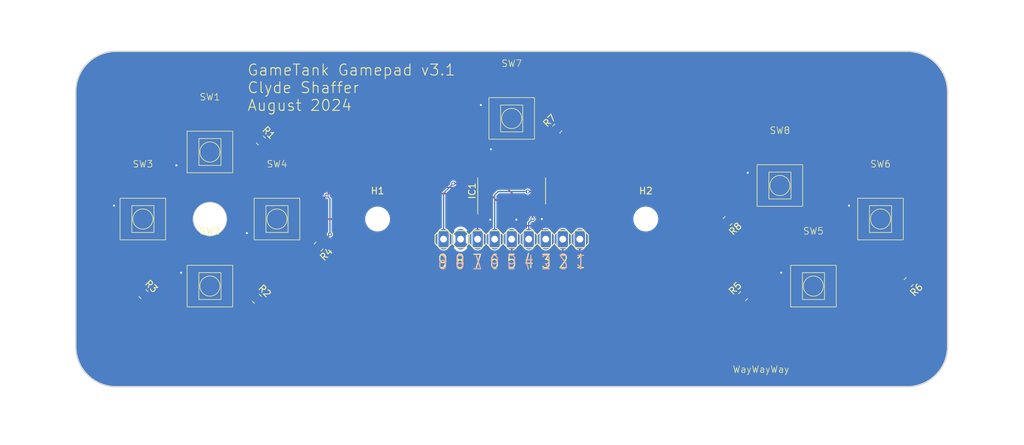
<source format=kicad_pcb>
(kicad_pcb (version 20221018) (generator pcbnew)
  (layers (0 "F.Cu" signal) (31 "B.Cu" signal) (34 "B.Paste" user) (35 "F.Paste" user) (36 "B.SilkS" user "B.Silkscreen") (37 "F.SilkS" user "F.Silkscreen") (38 "B.Mask" user) (39 "F.Mask" user) (44 "Edge.Cuts" user))
  (net 0 "")
  (net 1 "VCC")
  (net 2 "GND")
  (net 3 "Net-(IC1A-~{A}{slash}B)")
  (net 4 "Net-(IC1A-1B)")
  (net 5 "Net-(IC1A-1Y)")
  (net 6 "Net-(IC1A-2B)")
  (net 7 "Net-(IC1A-2Y)")
  (net 8 "Net-(IC1A-3Y)")
  (net 9 "Net-(IC1A-3B)")
  (net 10 "Net-(IC1A-3A)")
  (net 11 "Net-(IC1A-4Y)")
  (net 12 "Net-(IC1A-4B)")
  (net 13 "Net-(IC1A-4A)")
  (net 14 "Net-(SW2-K)")
  (net 27 "Net-(SW1-A)")
  (footprint "Resistor_SMD:R_0805_2012Metric" (layer "F.Cu") (at 120.1 116.2 -45)
    (fp_text reference "R3" (at 0 -1.65 135) (layer "F.SilkS"))
    (fp_text value "R-US_0207/10" hide)
    (fp_line (start -0.227064 -0.735) (end 0.227064 -0.735) (stroke (width 0.12)) (layer "F.SilkS"))
    (fp_line (start -0.227064 0.735) (end 0.227064 0.735) (stroke (width 0.12)) (layer "F.SilkS"))
    (pad "1" smd roundrect (at -0.9125 0 315) (size 1.025 1.4) (layers "F.Cu" "F.Paste" "F.Mask") (roundrect_rratio 0.243902439) (net 4 "Net-(IC1A-1B)"))
    (pad "2" smd roundrect (at 0.9125 0 315) (size 1.025 1.4) (layers "F.Cu" "F.Paste" "F.Mask") (roundrect_rratio 0.243902439) (net 1 "VCC"))
  )
  (footprint "Library:KSC-TE" (layer "F.Cu") (at 215 100)
    (fp_text reference "SW8" (at 0 -8.2 unlocked) (layer "F.SilkS") (effects (font (thickness 0.1))))
    (fp_text value "SW_MEC_5E")
    (fp_rect (start -3.4 -3.1) (end 3.4 3.1) (stroke (width 0.1)) (fill none) (layer "F.SilkS"))
    (fp_rect (start -1.65 -2) (end 1.65 2) (stroke (width 0.1)) (fill none) (layer "F.SilkS"))
    (fp_circle (center 0 0) (end 1.5 0) (stroke (width 0.1)) (fill none) (layer "F.SilkS"))
    (pad "1" smd roundrect (at -2.35 -2) (size 2.286 1.524) (layers "F.Cu" "F.Paste" "F.Mask") (net 2 "GND"))
    (pad "2" smd roundrect (at -2.35 2) (size 2.286 1.524) (layers "F.Cu" "F.Paste" "F.Mask"))
    (pad "3" smd roundrect (at 2.35 2) (size 2.286 1.524) (layers "F.Cu" "F.Paste" "F.Mask") (net 12 "Net-(IC1A-4B)"))
    (pad "4" smd roundrect (at 2.35 -2) (size 2.286 1.524) (layers "F.Cu" "F.Paste" "F.Mask"))
  )
  (footprint "Library:KSC-TE" (layer "F.Cu") (at 220 115)
    (fp_text reference "SW5" (at 0 -8.2 unlocked) (layer "F.SilkS") (effects (font (thickness 0.1))))
    (fp_text value "SW_MEC_5E")
    (fp_rect (start -3.4 -3.1) (end 3.4 3.1) (stroke (width 0.1)) (fill none) (layer "F.SilkS"))
    (fp_rect (start -1.65 -2) (end 1.65 2) (stroke (width 0.1)) (fill none) (layer "F.SilkS"))
    (fp_circle (center 0 0) (end 1.5 0) (stroke (width 0.1)) (fill none) (layer "F.SilkS"))
    (pad "1" smd roundrect (at -2.35 -2) (size 2.286 1.524) (layers "F.Cu" "F.Paste" "F.Mask") (net 2 "GND"))
    (pad "2" smd roundrect (at -2.35 2) (size 2.286 1.524) (layers "F.Cu" "F.Paste" "F.Mask"))
    (pad "3" smd roundrect (at 2.35 2) (size 2.286 1.524) (layers "F.Cu" "F.Paste" "F.Mask") (net 10 "Net-(IC1A-3A)"))
    (pad "4" smd roundrect (at 2.35 -2) (size 2.286 1.524) (layers "F.Cu" "F.Paste" "F.Mask"))
  )
  (footprint "Package_SO:SOIC-16_3.9x9.9mm_P1.27mm" (layer "F.Cu") (at 175 100.8 90)
    (fp_text reference "IC1" (at 0 -5.9 90) (layer "F.SilkS"))
    (fp_text value "74157N")
    (fp_line (start 0 -5.06) (end -3.45 -5.06) (stroke (width 0.12)) (layer "F.SilkS"))
    (fp_line (start 0 -5.06) (end 1.95 -5.06) (stroke (width 0.12)) (layer "F.SilkS"))
    (fp_line (start 0 5.06) (end -1.95 5.06) (stroke (width 0.12)) (layer "F.SilkS"))
    (fp_line (start 0 5.06) (end 1.95 5.06) (stroke (width 0.12)) (layer "F.SilkS"))
    (pad "1" smd roundrect (at -2.475 -4.445 90) (size 1.95 0.6) (layers "F.Cu" "F.Paste" "F.Mask") (net 3 "Net-(IC1A-~{A}{slash}B)"))
    (pad "2" smd roundrect (at -2.475 -3.175 90) (size 1.95 0.6) (layers "F.Cu" "F.Paste" "F.Mask") (net 2 "GND"))
    (pad "3" smd roundrect (at -2.475 -1.905 90) (size 1.95 0.6) (layers "F.Cu" "F.Paste" "F.Mask") (net 4 "Net-(IC1A-1B)"))
    (pad "4" smd roundrect (at -2.475 -0.635 90) (size 1.95 0.6) (layers "F.Cu" "F.Paste" "F.Mask") (net 5 "Net-(IC1A-1Y)"))
    (pad "5" smd roundrect (at -2.475 0.635 90) (size 1.95 0.6) (layers "F.Cu" "F.Paste" "F.Mask") (net 2 "GND"))
    (pad "6" smd roundrect (at -2.475 1.905 90) (size 1.95 0.6) (layers "F.Cu" "F.Paste" "F.Mask") (net 6 "Net-(IC1A-2B)"))
    (pad "7" smd roundrect (at -2.475 3.175 90) (size 1.95 0.6) (layers "F.Cu" "F.Paste" "F.Mask") (net 7 "Net-(IC1A-2Y)"))
    (pad "8" smd roundrect (at -2.475 4.445 90) (size 1.95 0.6) (layers "F.Cu" "F.Paste" "F.Mask") (net 2 "GND"))
    (pad "9" smd roundrect (at 2.475 4.445 90) (size 1.95 0.6) (layers "F.Cu" "F.Paste" "F.Mask") (net 8 "Net-(IC1A-3Y)"))
    (pad "10" smd roundrect (at 2.475 3.175 90) (size 1.95 0.6) (layers "F.Cu" "F.Paste" "F.Mask") (net 9 "Net-(IC1A-3B)"))
    (pad "11" smd roundrect (at 2.475 1.905 90) (size 1.95 0.6) (layers "F.Cu" "F.Paste" "F.Mask") (net 10 "Net-(IC1A-3A)"))
    (pad "12" smd roundrect (at 2.475 0.635 90) (size 1.95 0.6) (layers "F.Cu" "F.Paste" "F.Mask") (net 11 "Net-(IC1A-4Y)"))
    (pad "13" smd roundrect (at 2.475 -0.635 90) (size 1.95 0.6) (layers "F.Cu" "F.Paste" "F.Mask") (net 12 "Net-(IC1A-4B)"))
    (pad "14" smd roundrect (at 2.475 -1.905 90) (size 1.95 0.6) (layers "F.Cu" "F.Paste" "F.Mask") (net 13 "Net-(IC1A-4A)"))
    (pad "15" smd roundrect (at 2.475 -3.175 90) (size 1.95 0.6) (layers "F.Cu" "F.Paste" "F.Mask") (net 2 "GND"))
    (pad "16" smd roundrect (at 2.475 -4.445 90) (size 1.95 0.6) (layers "F.Cu" "F.Paste" "F.Mask") (net 1 "VCC"))
  )
  (footprint "Resistor_SMD:R_0805_2012Metric" (layer "F.Cu") (at 234.2 114.4 -135)
    (fp_text reference "R6" (at 0 -1.65 45) (layer "F.SilkS"))
    (fp_text value "R-US_0207/10" hide)
    (fp_line (start -0.227064 -0.735) (end 0.227064 -0.735) (stroke (width 0.12)) (layer "F.SilkS"))
    (fp_line (start -0.227064 0.735) (end 0.227064 0.735) (stroke (width 0.12)) (layer "F.SilkS"))
    (pad "1" smd roundrect (at -0.9125 0 225) (size 1.025 1.4) (layers "F.Cu" "F.Paste" "F.Mask") (roundrect_rratio 0.243902439) (net 9 "Net-(IC1A-3B)"))
    (pad "2" smd roundrect (at 0.9125 0 225) (size 1.025 1.4) (layers "F.Cu" "F.Paste" "F.Mask") (roundrect_rratio 0.243902439) (net 1 "VCC"))
  )
  (footprint "Library:KSC-TE" (layer "F.Cu") (at 175 90)
    (fp_text reference "SW7" (at 0 -8.2 unlocked) (layer "F.SilkS") (effects (font (thickness 0.1))))
    (fp_text value "SW_MEC_5E")
    (fp_rect (start -3.4 -3.1) (end 3.4 3.1) (stroke (width 0.1)) (fill none) (layer "F.SilkS"))
    (fp_rect (start -1.65 -2) (end 1.65 2) (stroke (width 0.1)) (fill none) (layer "F.SilkS"))
    (fp_circle (center 0 0) (end 1.5 0) (stroke (width 0.1)) (fill none) (layer "F.SilkS"))
    (pad "1" smd roundrect (at -2.35 -2) (size 2.286 1.524) (layers "F.Cu" "F.Paste" "F.Mask") (net 2 "GND"))
    (pad "2" smd roundrect (at -2.35 2) (size 2.286 1.524) (layers "F.Cu" "F.Paste" "F.Mask"))
    (pad "3" smd roundrect (at 2.35 2) (size 2.286 1.524) (layers "F.Cu" "F.Paste" "F.Mask") (net 13 "Net-(IC1A-4A)"))
    (pad "4" smd roundrect (at 2.35 -2) (size 2.286 1.524) (layers "F.Cu" "F.Paste" "F.Mask"))
  )
  (footprint "Resistor_SMD:R_0805_2012Metric" (layer "F.Cu") (at 146.2 109.1 -135)
    (fp_text reference "R4" (at 0 -1.65 45) (layer "F.SilkS"))
    (fp_text value "R-US_0207/10" hide)
    (fp_line (start -0.227064 -0.735) (end 0.227064 -0.735) (stroke (width 0.12)) (layer "F.SilkS"))
    (fp_line (start -0.227064 0.735) (end 0.227064 0.735) (stroke (width 0.12)) (layer "F.SilkS"))
    (pad "1" smd roundrect (at -0.9125 0 225) (size 1.025 1.4) (layers "F.Cu" "F.Paste" "F.Mask") (roundrect_rratio 0.243902439) (net 6 "Net-(IC1A-2B)"))
    (pad "2" smd roundrect (at 0.9125 0 225) (size 1.025 1.4) (layers "F.Cu" "F.Paste" "F.Mask") (roundrect_rratio 0.243902439) (net 1 "VCC"))
  )
  (footprint "Resistor_SMD:R_0805_2012Metric" (layer "F.Cu") (at 209.5 116.5 45)
    (fp_text reference "R5" (at 0 -1.65 45) (layer "F.SilkS"))
    (fp_text value "R-US_0207/10" hide)
    (fp_line (start -0.227064 -0.735) (end 0.227064 -0.735) (stroke (width 0.12)) (layer "F.SilkS"))
    (fp_line (start -0.227064 0.735) (end 0.227064 0.735) (stroke (width 0.12)) (layer "F.SilkS"))
    (pad "1" smd roundrect (at -0.9125 0 45) (size 1.025 1.4) (layers "F.Cu" "F.Paste" "F.Mask") (roundrect_rratio 0.243902439) (net 10 "Net-(IC1A-3A)"))
    (pad "2" smd roundrect (at 0.9125 0 45) (size 1.025 1.4) (layers "F.Cu" "F.Paste" "F.Mask") (roundrect_rratio 0.243902439) (net 1 "VCC"))
  )
  (footprint "gpad1:1X09" (layer "F.Cu") (at 175 108 180)
    (fp_text reference "JP1" hide)
    (fp_text value "PINHD-1X9" hide)
    (fp_line (start -11.43 -0.635) (end -11.43 0.635) (stroke (width 0.1524)) (layer "F.SilkS"))
    (fp_line (start -11.43 0.635) (end -10.795 1.27) (stroke (width 0.1524)) (layer "F.SilkS"))
    (fp_line (start -10.795 -1.27) (end -11.43 -0.635) (stroke (width 0.1524)) (layer "F.SilkS"))
    (fp_line (start -10.795 -1.27) (end -9.525 -1.27) (stroke (width 0.1524)) (layer "F.SilkS"))
    (fp_line (start -9.525 -1.27) (end -8.89 -0.635) (stroke (width 0.1524)) (layer "F.SilkS"))
    (fp_line (start -9.525 1.27) (end -10.795 1.27) (stroke (width 0.1524)) (layer "F.SilkS"))
    (fp_line (start -8.89 -0.635) (end -8.89 0.635) (stroke (width 0.1524)) (layer "F.SilkS"))
    (fp_line (start -8.89 -0.635) (end -8.255 -1.27) (stroke (width 0.1524)) (layer "F.SilkS"))
    (fp_line (start -8.89 0.635) (end -9.525 1.27) (stroke (width 0.1524)) (layer "F.SilkS"))
    (fp_line (start -8.255 -1.27) (end -6.985 -1.27) (stroke (width 0.1524)) (layer "F.SilkS"))
    (fp_line (start -8.255 1.27) (end -8.89 0.635) (stroke (width 0.1524)) (layer "F.SilkS"))
    (fp_line (start -6.985 -1.27) (end -6.35 -0.635) (stroke (width 0.1524)) (layer "F.SilkS"))
    (fp_line (start -6.985 1.27) (end -8.255 1.27) (stroke (width 0.1524)) (layer "F.SilkS"))
    (fp_line (start -6.35 -0.635) (end -6.35 0.635) (stroke (width 0.1524)) (layer "F.SilkS"))
    (fp_line (start -6.35 -0.635) (end -5.715 -1.27) (stroke (width 0.1524)) (layer "F.SilkS"))
    (fp_line (start -6.35 0.635) (end -6.985 1.27) (stroke (width 0.1524)) (layer "F.SilkS"))
    (fp_line (start -5.715 -1.27) (end -4.445 -1.27) (stroke (width 0.1524)) (layer "F.SilkS"))
    (fp_line (start -5.715 1.27) (end -6.35 0.635) (stroke (width 0.1524)) (layer "F.SilkS"))
    (fp_line (start -4.445 -1.27) (end -3.81 -0.635) (stroke (width 0.1524)) (layer "F.SilkS"))
    (fp_line (start -4.445 1.27) (end -5.715 1.27) (stroke (width 0.1524)) (layer "F.SilkS"))
    (fp_line (start -3.81 -0.635) (end -3.81 0.635) (stroke (width 0.1524)) (layer "F.SilkS"))
    (fp_line (start -3.81 0.635) (end -4.445 1.27) (stroke (width 0.1524)) (layer "F.SilkS"))
    (fp_line (start -3.81 0.635) (end -3.175 1.27) (stroke (width 0.1524)) (layer "F.SilkS"))
    (fp_line (start -3.175 -1.27) (end -3.81 -0.635) (stroke (width 0.1524)) (layer "F.SilkS"))
    (fp_line (start -3.175 -1.27) (end -1.905 -1.27) (stroke (width 0.1524)) (layer "F.SilkS"))
    (fp_line (start -1.905 -1.27) (end -1.27 -0.635) (stroke (width 0.1524)) (layer "F.SilkS"))
    (fp_line (start -1.905 1.27) (end -3.175 1.27) (stroke (width 0.1524)) (layer "F.SilkS"))
    (fp_line (start -1.27 -0.635) (end -1.27 0.635) (stroke (width 0.1524)) (layer "F.SilkS"))
    (fp_line (start -1.27 -0.635) (end -0.635 -1.27) (stroke (width 0.1524)) (layer "F.SilkS"))
    (fp_line (start -1.27 0.635) (end -1.905 1.27) (stroke (width 0.1524)) (layer "F.SilkS"))
    (fp_line (start -0.635 -1.27) (end 0.635 -1.27) (stroke (width 0.1524)) (layer "F.SilkS"))
    (fp_line (start -0.635 1.27) (end -1.27 0.635) (stroke (width 0.1524)) (layer "F.SilkS"))
    (fp_line (start 0.635 -1.27) (end 1.27 -0.635) (stroke (width 0.1524)) (layer "F.SilkS"))
    (fp_line (start 0.635 1.27) (end -0.635 1.27) (stroke (width 0.1524)) (layer "F.SilkS"))
    (fp_line (start 1.27 -0.635) (end 1.27 0.635) (stroke (width 0.1524)) (layer "F.SilkS"))
    (fp_line (start 1.27 -0.635) (end 1.905 -1.27) (stroke (width 0.1524)) (layer "F.SilkS"))
    (fp_line (start 1.27 0.635) (end 0.635 1.27) (stroke (width 0.1524)) (layer "F.SilkS"))
    (fp_line (start 1.905 -1.27) (end 3.175 -1.27) (stroke (width 0.1524)) (layer "F.SilkS"))
    (fp_line (start 1.905 1.27) (end 1.27 0.635) (stroke (width 0.1524)) (layer "F.SilkS"))
    (fp_line (start 3.175 -1.27) (end 3.81 -0.635) (stroke (width 0.1524)) (layer "F.SilkS"))
    (fp_line (start 3.175 1.27) (end 1.905 1.27) (stroke (width 0.1524)) (layer "F.SilkS"))
    (fp_line (start 3.81 -0.635) (end 3.81 0.635) (stroke (width 0.1524)) (layer "F.SilkS"))
    (fp_line (start 3.81 0.635) (end 3.175 1.27) (stroke (width 0.1524)) (layer "F.SilkS"))
    (fp_line (start 3.81 0.635) (end 4.445 1.27) (stroke (width 0.1524)) (layer "F.SilkS"))
    (fp_line (start 4.445 -1.27) (end 3.81 -0.635) (stroke (width 0.1524)) (layer "F.SilkS"))
    (fp_line (start 4.445 -1.27) (end 5.715 -1.27) (stroke (width 0.1524)) (layer "F.SilkS"))
    (fp_line (start 5.715 -1.27) (end 6.35 -0.635) (stroke (width 0.1524)) (layer "F.SilkS"))
    (fp_line (start 5.715 1.27) (end 4.445 1.27) (stroke (width 0.1524)) (layer "F.SilkS"))
    (fp_line (start 6.35 -0.635) (end 6.35 0.635) (stroke (width 0.1524)) (layer "F.SilkS"))
    (fp_line (start 6.35 -0.635) (end 6.985 -1.27) (stroke (width 0.1524)) (layer "F.SilkS"))
    (fp_line (start 6.35 0.635) (end 5.715 1.27) (stroke (width 0.1524)) (layer "F.SilkS"))
    (fp_line (start 6.985 -1.27) (end 8.255 -1.27) (stroke (width 0.1524)) (layer "F.SilkS"))
    (fp_line (start 6.985 1.27) (end 6.35 0.635) (stroke (width 0.1524)) (layer "F.SilkS"))
    (fp_line (start 8.255 -1.27) (end 8.89 -0.635) (stroke (width 0.1524)) (layer "F.SilkS"))
    (fp_line (start 8.255 1.27) (end 6.985 1.27) (stroke (width 0.1524)) (layer "F.SilkS"))
    (fp_line (start 8.89 -0.635) (end 8.89 0.635) (stroke (width 0.1524)) (layer "F.SilkS"))
    (fp_line (start 8.89 0.635) (end 8.255 1.27) (stroke (width 0.1524)) (layer "F.SilkS"))
    (fp_line (start 8.89 0.635) (end 9.525 1.27) (stroke (width 0.1524)) (layer "F.SilkS"))
    (fp_line (start 9.525 -1.27) (end 8.89 -0.635) (stroke (width 0.1524)) (layer "F.SilkS"))
    (fp_line (start 9.525 -1.27) (end 10.795 -1.27) (stroke (width 0.1524)) (layer "F.SilkS"))
    (fp_line (start 10.795 -1.27) (end 11.43 -0.635) (stroke (width 0.1524)) (layer "F.SilkS"))
    (fp_line (start 10.795 1.27) (end 9.525 1.27) (stroke (width 0.1524)) (layer "F.SilkS"))
    (fp_line (start 11.43 -0.635) (end 11.43 0.635) (stroke (width 0.1524)) (layer "F.SilkS"))
    (fp_line (start 11.43 0.635) (end 10.795 1.27) (stroke (width 0.1524)) (layer "F.SilkS"))
    (pad "1" thru_hole oval (at -10.16 0 270) (size 3.048 1.524) (drill 1.016) (layers "*.Cu" "*.Mask") (net 27 "Net-(SW1-A)"))
    (pad "2" thru_hole oval (at -7.62 0 270) (size 3.048 1.524) (drill 1.016) (layers "*.Cu" "*.Mask") (net 14 "Net-(SW2-K)"))
    (pad "3" thru_hole oval (at -5.08 0 270) (size 3.048 1.524) (drill 1.016) (layers "*.Cu" "*.Mask") (net 5 "Net-(IC1A-1Y)"))
    (pad "4" thru_hole oval (at -2.54 0 270) (size 3.048 1.524) (drill 1.016) (layers "*.Cu" "*.Mask") (net 7 "Net-(IC1A-2Y)"))
    (pad "5" thru_hole oval (at 0 0 270) (size 3.048 1.524) (drill 1.016) (layers "*.Cu" "*.Mask") (net 1 "VCC"))
    (pad "6" thru_hole oval (at 2.54 0 270) (size 3.048 1.524) (drill 1.016) (layers "*.Cu" "*.Mask") (net 8 "Net-(IC1A-3Y)"))
    (pad "7" thru_hole oval (at 5.08 0 270) (size 3.048 1.524) (drill 1.016) (layers "*.Cu" "*.Mask") (net 3 "Net-(IC1A-~{A}{slash}B)"))
    (pad "8" thru_hole oval (at 7.62 0 270) (size 3.048 1.524) (drill 1.016) (layers "*.Cu" "*.Mask") (net 2 "GND"))
    (pad "9" thru_hole oval (at 10.16 0 270) (size 3.048 1.524) (drill 1.016) (layers "*.Cu" "*.Mask") (net 11 "Net-(IC1A-4Y)"))
  )
  (footprint "MountingHole:MountingHole_3.2mm_M3" (layer "F.Cu") (at 195 105)
    (fp_text reference "H2" (at 0 -4.2) (layer "F.SilkS"))
    (fp_text value "MountingHole")
    (pad "" np_thru_hole circle (at 0 0) (size 3.2 3.2) (drill 3.2) (layers "*.Cu" "*.Mask"))
  )
  (footprint "MountingHole:MountingHole_3.2mm_M3" (layer "F.Cu") (at 155 105)
    (fp_text reference "H1" (at 0 -4.2) (layer "F.SilkS"))
    (fp_text value "MountingHole")
    (pad "" np_thru_hole circle (at 0 0) (size 3.2 3.2) (drill 3.2) (layers "*.Cu" "*.Mask"))
  )
  (footprint "Library:KSC-TE" (layer "F.Cu") (at 120 105)
    (fp_text reference "SW3" (at 0 -8.2 unlocked) (layer "F.SilkS") (effects (font (thickness 0.1))))
    (fp_text value "SW_MEC_5E")
    (fp_rect (start -3.4 -3.1) (end 3.4 3.1) (stroke (width 0.1)) (fill none) (layer "F.SilkS"))
    (fp_rect (start -1.65 -2) (end 1.65 2) (stroke (width 0.1)) (fill none) (layer "F.SilkS"))
    (fp_circle (center 0 0) (end 1.5 0) (stroke (width 0.1)) (fill none) (layer "F.SilkS"))
    (pad "1" smd roundrect (at -2.35 -2) (size 2.286 1.524) (layers "F.Cu" "F.Paste" "F.Mask") (net 2 "GND"))
    (pad "2" smd roundrect (at -2.35 2) (size 2.286 1.524) (layers "F.Cu" "F.Paste" "F.Mask"))
    (pad "3" smd roundrect (at 2.35 2) (size 2.286 1.524) (layers "F.Cu" "F.Paste" "F.Mask") (net 4 "Net-(IC1A-1B)"))
    (pad "4" smd roundrect (at 2.35 -2) (size 2.286 1.524) (layers "F.Cu" "F.Paste" "F.Mask"))
  )
  (footprint "Resistor_SMD:R_0805_2012Metric" (layer "F.Cu") (at 207.2 105.3 -135)
    (fp_text reference "R8" (at 0 -1.65 45) (layer "F.SilkS"))
    (fp_text value "R-US_0207/10" hide)
    (fp_line (start -0.227064 -0.735) (end 0.227064 -0.735) (stroke (width 0.12)) (layer "F.SilkS"))
    (fp_line (start -0.227064 0.735) (end 0.227064 0.735) (stroke (width 0.12)) (layer "F.SilkS"))
    (pad "1" smd roundrect (at -0.9125 0 225) (size 1.025 1.4) (layers "F.Cu" "F.Paste" "F.Mask") (roundrect_rratio 0.243902439) (net 12 "Net-(IC1A-4B)"))
    (pad "2" smd roundrect (at 0.9125 0 225) (size 1.025 1.4) (layers "F.Cu" "F.Paste" "F.Mask") (roundrect_rratio 0.243902439) (net 1 "VCC"))
  )
  (footprint "Library:KSC-TE" (layer "F.Cu") (at 130 115)
    (fp_text reference "SW2" (at 0 -8.2 unlocked) (layer "F.SilkS") (effects (font (thickness 0.1))))
    (fp_text value "SW_MEC_5E")
    (fp_rect (start -3.4 -3.1) (end 3.4 3.1) (stroke (width 0.1)) (fill none) (layer "F.SilkS"))
    (fp_rect (start -1.65 -2) (end 1.65 2) (stroke (width 0.1)) (fill none) (layer "F.SilkS"))
    (fp_circle (center 0 0) (end 1.5 0) (stroke (width 0.1)) (fill none) (layer "F.SilkS"))
    (pad "1" smd roundrect (at -2.35 -2) (size 2.286 1.524) (layers "F.Cu" "F.Paste" "F.Mask") (net 2 "GND"))
    (pad "2" smd roundrect (at -2.35 2) (size 2.286 1.524) (layers "F.Cu" "F.Paste" "F.Mask"))
    (pad "3" smd roundrect (at 2.35 2) (size 2.286 1.524) (layers "F.Cu" "F.Paste" "F.Mask") (net 14 "Net-(SW2-K)"))
    (pad "4" smd roundrect (at 2.35 -2) (size 2.286 1.524) (layers "F.Cu" "F.Paste" "F.Mask"))
  )
  (footprint "Library:KSC-TE" (layer "F.Cu") (at 230 105)
    (fp_text reference "SW6" (at 0 -8.2 unlocked) (layer "F.SilkS") (effects (font (thickness 0.1))))
    (fp_text value "SW_MEC_5E")
    (fp_rect (start -3.4 -3.1) (end 3.4 3.1) (stroke (width 0.1)) (fill none) (layer "F.SilkS"))
    (fp_rect (start -1.65 -2) (end 1.65 2) (stroke (width 0.1)) (fill none) (layer "F.SilkS"))
    (fp_circle (center 0 0) (end 1.5 0) (stroke (width 0.1)) (fill none) (layer "F.SilkS"))
    (pad "1" smd roundrect (at -2.35 -2) (size 2.286 1.524) (layers "F.Cu" "F.Paste" "F.Mask") (net 2 "GND"))
    (pad "2" smd roundrect (at -2.35 2) (size 2.286 1.524) (layers "F.Cu" "F.Paste" "F.Mask"))
    (pad "3" smd roundrect (at 2.35 2) (size 2.286 1.524) (layers "F.Cu" "F.Paste" "F.Mask") (net 9 "Net-(IC1A-3B)"))
    (pad "4" smd roundrect (at 2.35 -2) (size 2.286 1.524) (layers "F.Cu" "F.Paste" "F.Mask"))
  )
  (footprint "Library:KSC-TE" (layer "F.Cu") (at 140 105)
    (fp_text reference "SW4" (at 0 -8.2 unlocked) (layer "F.SilkS") (effects (font (thickness 0.1))))
    (fp_text value "SW_MEC_5E")
    (fp_rect (start -3.4 -3.1) (end 3.4 3.1) (stroke (width 0.1)) (fill none) (layer "F.SilkS"))
    (fp_rect (start -1.65 -2) (end 1.65 2) (stroke (width 0.1)) (fill none) (layer "F.SilkS"))
    (fp_circle (center 0 0) (end 1.5 0) (stroke (width 0.1)) (fill none) (layer "F.SilkS"))
    (pad "1" smd roundrect (at -2.35 -2) (size 2.286 1.524) (layers "F.Cu" "F.Paste" "F.Mask"))
    (pad "2" smd roundrect (at -2.35 2) (size 2.286 1.524) (layers "F.Cu" "F.Paste" "F.Mask") (net 2 "GND"))
    (pad "3" smd roundrect (at 2.35 2) (size 2.286 1.524) (layers "F.Cu" "F.Paste" "F.Mask"))
    (pad "4" smd roundrect (at 2.35 -2) (size 2.286 1.524) (layers "F.Cu" "F.Paste" "F.Mask") (net 6 "Net-(IC1A-2B)"))
  )
  (footprint "Resistor_SMD:R_0805_2012Metric" (layer "F.Cu") (at 137 116.9 -45)
    (fp_text reference "R2" (at 0 -1.65 135) (layer "F.SilkS"))
    (fp_text value "R-US_0207/10" hide)
    (fp_line (start -0.227064 -0.735) (end 0.227064 -0.735) (stroke (width 0.12)) (layer "F.SilkS"))
    (fp_line (start -0.227064 0.735) (end 0.227064 0.735) (stroke (width 0.12)) (layer "F.SilkS"))
    (pad "1" smd roundrect (at -0.9125 0 315) (size 1.025 1.4) (layers "F.Cu" "F.Paste" "F.Mask") (roundrect_rratio 0.243902439) (net 14 "Net-(SW2-K)"))
    (pad "2" smd roundrect (at 0.9125 0 315) (size 1.025 1.4) (layers "F.Cu" "F.Paste" "F.Mask") (roundrect_rratio 0.243902439) (net 1 "VCC"))
  )
  (footprint "Library:KSC-TE" (layer "F.Cu") (at 130 95)
    (fp_text reference "SW1" (at 0 -8.2 unlocked) (layer "F.SilkS") (effects (font (thickness 0.1))))
    (fp_text value "SW_MEC_5E")
    (fp_rect (start -3.4 -3.1) (end 3.4 3.1) (stroke (width 0.1)) (fill none) (layer "F.SilkS"))
    (fp_rect (start -1.65 -2) (end 1.65 2) (stroke (width 0.1)) (fill none) (layer "F.SilkS"))
    (fp_circle (center 0 0) (end 1.5 0) (stroke (width 0.1)) (fill none) (layer "F.SilkS"))
    (pad "1" smd roundrect (at -2.35 -2) (size 2.286 1.524) (layers "F.Cu" "F.Paste" "F.Mask"))
    (pad "2" smd roundrect (at -2.35 2) (size 2.286 1.524) (layers "F.Cu" "F.Paste" "F.Mask") (net 2 "GND"))
    (pad "3" smd roundrect (at 2.35 2) (size 2.286 1.524) (layers "F.Cu" "F.Paste" "F.Mask"))
    (pad "4" smd roundrect (at 2.35 -2) (size 2.286 1.524) (layers "F.Cu" "F.Paste" "F.Mask") (net 27 "Net-(SW1-A)"))
  )
  (footprint "Resistor_SMD:R_0805_2012Metric" (layer "F.Cu") (at 137.6 93.3 -45)
    (fp_text reference "R1" (at 0 -1.65 135) (layer "F.SilkS"))
    (fp_text value "R-US_0207/10" hide)
    (fp_line (start -0.227064 -0.735) (end 0.227064 -0.735) (stroke (width 0.12)) (layer "F.SilkS"))
    (fp_line (start -0.227064 0.735) (end 0.227064 0.735) (stroke (width 0.12)) (layer "F.SilkS"))
    (pad "1" smd roundrect (at -0.9125 0 315) (size 1.025 1.4) (layers "F.Cu" "F.Paste" "F.Mask") (roundrect_rratio 0.243902439) (net 27 "Net-(SW1-A)"))
    (pad "2" smd roundrect (at 0.9125 0 315) (size 1.025 1.4) (layers "F.Cu" "F.Paste" "F.Mask") (roundrect_rratio 0.243902439) (net 1 "VCC"))
  )
  (footprint "Resistor_SMD:R_0805_2012Metric" (layer "F.Cu") (at 181.8 91.5 45)
    (fp_text reference "R7" (at 0 -1.65 45) (layer "F.SilkS"))
    (fp_text value "R-US_0207/10" hide)
    (fp_line (start -0.227064 -0.735) (end 0.227064 -0.735) (stroke (width 0.12)) (layer "F.SilkS"))
    (fp_line (start -0.227064 0.735) (end 0.227064 0.735) (stroke (width 0.12)) (layer "F.SilkS"))
    (pad "1" smd roundrect (at -0.9125 0 45) (size 1.025 1.4) (layers "F.Cu" "F.Paste" "F.Mask") (roundrect_rratio 0.243902439) (net 13 "Net-(IC1A-4A)"))
    (pad "2" smd roundrect (at 0.9125 0 45) (size 1.025 1.4) (layers "F.Cu" "F.Paste" "F.Mask") (roundrect_rratio 0.243902439) (net 1 "VCC"))
  )
  (gr_arc (start 116 130) (mid 111.757359 128.242641) (end 110 124) (stroke (width 0.2)) (layer "Edge.Cuts"))
  (gr_line (start 110 86) (end 110 124) (stroke (width 0.2)) (layer "Edge.Cuts"))
  (gr_circle (center 130 105) (end 132.5 105) (stroke (width 0.1)) (fill none) (layer "Edge.Cuts"))
  (gr_arc (start 234 80) (mid 238.242641 81.757359) (end 240 86) (stroke (width 0.2)) (layer "Edge.Cuts"))
  (gr_arc (start 240 124) (mid 238.242641 128.242641) (end 234 130) (stroke (width 0.2)) (layer "Edge.Cuts"))
  (gr_arc (start 110 86) (mid 111.757359 81.757359) (end 116 80) (stroke (width 0.2)) (layer "Edge.Cuts"))
  (gr_line (start 116 130) (end 234 130) (stroke (width 0.2)) (layer "Edge.Cuts"))
  (gr_line (start 234 80) (end 116 80) (stroke (width 0.2)) (layer "Edge.Cuts"))
  (gr_line (start 240 124) (end 240 86) (stroke (width 0.2)) (layer "Edge.Cuts"))
  (gr_text "9 8 7 6 5 4 3 2 1" (at 175 112.5 180) (layer "B.SilkS") (effects (font (size 2 1.5) (thickness 0.174752)) (justify top mirror)))
  (gr_text "GameTank Gamepad v3.1\nClyde Shaffer\nAugust 2024" (at 135.5 89) (layer "F.SilkS") (effects (font (size 1.63576 1.63576) (thickness 0.14224)) (justify left bottom)))
  (gr_text "WayWayWay" (at 207.9 128) (layer "F.SilkS") (effects (font (size 1 1) (thickness 0.1)) (justify left bottom)))
  (gr_text "9 8 7 6 5 4 3 2 1" (at 175 112.5) (layer "F.SilkS") (effects (font (size 2 1.5) (thickness 0.174752)) (justify bottom)))
  (segment (start 138.245235 93.945235) (end 143.5 93.945235) (width 0.2) (layer "F.Cu") (net 1))
  (segment (start 222.6 109.9) (end 222.7 109.9) (width 0.2) (layer "F.Cu") (net 1))
  (segment (start 222.6 98.9) (end 222.6 109.9) (width 0.2) (layer "F.Cu") (net 1))
  (segment (start 181 86.2) (end 182.445235 87.645235) (width 0.2) (layer "F.Cu") (net 1))
  (segment (start 227.845235 115.045235) (end 233.554765 115.045235) (width 0.2) (layer "F.Cu") (net 1))
  (segment (start 119.59047 118) (end 116 118) (width 0.2) (layer "F.Cu") (net 1))
  (segment (start 116 118) (end 114.6 116.6) (width 0.2) (layer "F.Cu") (net 1))
  (segment (start 150.8 124.8) (end 172.8 124.8) (width 0.2) (layer "F.Cu") (net 1))
  (segment (start 120.745235 116.845235) (end 119.59047 118) (width 0.2) (layer "F.Cu") (net 1))
  (segment (start 120.745235 116.845235) (end 122.59047 115) (width 0.2) (layer "F.Cu") (net 1))
  (segment (start 114.6 97.8) (end 116.7 95.7) (width 0.2) (layer "F.Cu") (net 1))
  (segment (start 206.554765 105.945235) (end 206.554765 107.354765) (width 0.2) (layer "F.Cu") (net 1))
  (segment (start 175 122.6) (end 175 108) (width 0.2) (layer "F.Cu") (net 1))
  (segment (start 222.7 109.9) (end 227.845235 115.045235) (width 0.2) (layer "F.Cu") (net 1))
  (segment (start 170.555 95.755) (end 168.745235 93.945235) (width 0.2) (layer "F.Cu") (net 1))
  (segment (start 170.555 98.325) (end 170.555 95.755) (width 0.2) (layer "F.Cu") (net 1))
  (segment (start 172.8 124.8) (end 175 122.6) (width 0.2) (layer "F.Cu") (net 1))
  (segment (start 182.445235 90.854765) (end 207.154765 90.854765) (width 0.2) (layer "F.Cu") (net 1))
  (segment (start 140 114) (end 140.595235 114.595235) (width 0.2) (layer "F.Cu") (net 1))
  (segment (start 182.445235 87.645235) (end 182.445235 90.854765) (width 0.2) (layer "F.Cu") (net 1))
  (segment (start 140.595235 114.595235) (end 150.8 124.8) (width 0.2) (layer "F.Cu") (net 1))
  (segment (start 135.1 114) (end 140 114) (width 0.2) (layer "F.Cu") (net 1))
  (segment (start 218.5 94.8) (end 222.6 98.9) (width 0.2) (layer "F.Cu") (net 1))
  (segment (start 210.145235 115.854765) (end 210.145235 114.254765) (width 0.2) (layer "F.Cu") (net 1))
  (segment (start 145.445235 109.745235) (end 140.595235 114.595235) (width 0.2) (layer "F.Cu") (net 1))
  (segment (start 211.1 94.8) (end 218.5 94.8) (width 0.2) (layer "F.Cu") (net 1))
  (segment (start 167.7 86.2) (end 181 86.2) (width 0.2) (layer "F.Cu") (net 1))
  (segment (start 145.554765 109.745235) (end 145.445235 109.745235) (width 0.2) (layer "F.Cu") (net 1))
  (segment (start 143.5 93.945235) (end 150.254765 93.945235) (width 0.2) (layer "F.Cu") (net 1))
  (segment (start 159.954765 93.945235) (end 167.7 86.2) (width 0.2) (layer "F.Cu") (net 1))
  (segment (start 134.1 115) (end 135.1 114) (width 0.2) (layer "F.Cu") (net 1))
  (segment (start 116.7 95.7) (end 141.745235 95.7) (width 0.2) (layer "F.Cu") (net 1))
  (segment (start 141.745235 95.7) (end 143.5 93.945235) (width 0.2) (layer "F.Cu") (net 1))
  (segment (start 168.745235 93.945235) (end 150.254765 93.945235) (width 0.2) (layer "F.Cu") (net 1))
  (segment (start 209.15 109.95) (end 214.45 109.95) (width 0.2) (layer "F.Cu") (net 1))
  (segment (start 150.254765 93.945235) (end 159.954765 93.945235) (width 0.2) (layer "F.Cu") (net 1))
  (segment (start 210.145235 114.254765) (end 214.45 109.95) (width 0.2) (layer "F.Cu") (net 1))
  (segment (start 114.6 116.6) (end 114.6 97.8) (width 0.2) (layer "F.Cu") (net 1))
  (segment (start 207.154765 90.854765) (end 211.1 94.8) (width 0.2) (layer "F.Cu") (net 1))
  (segment (start 214.45 109.95) (end 214.5 109.9) (width 0.2) (layer "F.Cu") (net 1))
  (segment (start 140.595235 114.595235) (end 137.645235 117.545235) (width 0.2) (layer "F.Cu") (net 1))
  (segment (start 206.554765 107.354765) (end 209.15 109.95) (width 0.2) (layer "F.Cu") (net 1))
  (segment (start 214.5 109.9) (end 222.6 109.9) (width 0.2) (layer "F.Cu") (net 1))
  (segment (start 122.59047 115) (end 134.1 115) (width 0.2) (layer "F.Cu") (net 1))
  (segment (start 117.65 103) (end 115.7 103) (width 0.2) (layer "F.Cu") (net 2))
  (segment (start 171.9 94.6) (end 171.9 98.25) (width 0.2) (layer "F.Cu") (net 2))
  (segment (start 175.635 103.275) (end 175.635 105.035) (width 0.2) (layer "F.Cu") (net 2))
  (segment (start 135.6 107) (end 135.5 107.1) (width 0.2) (layer "F.Cu") (net 2))
  (segment (start 210.3 98) (end 210.2 98.1) (width 0.2) (layer "F.Cu") (net 2))
  (segment (start 179.445 103.275) (end 179.445 104.945) (width 0.2) (layer "F.Cu") (net 2))
  (segment (start 171.825 103.275) (end 171.825 105.075) (width 0.2) (layer "F.Cu") (net 2))
  (segment (start 127.65 97) (end 125 97) (width 0.2) (layer "F.Cu") (net 2))
  (segment (start 171.9 98.25) (end 171.825 98.325) (width 0.2) (layer "F.Cu") (net 2))
  (segment (start 212.65 98) (end 210.3 98) (width 0.2) (layer "F.Cu") (net 2))
  (segment (start 137.65 107) (end 135.6 107) (width 0.2) (layer "F.Cu") (net 2))
  (segment (start 227.65 103) (end 225.3 103) (width 0.2) (layer "F.Cu") (net 2))
  (segment (start 217.65 113) (end 215.2 113) (width 0.2) (layer "F.Cu") (net 2))
  (segment (start 127.65 113) (end 125.7 113) (width 0.2) (layer "F.Cu") (net 2))
  (segment (start 179.445 104.945) (end 179.5 105) (width 0.2) (layer "F.Cu") (net 2))
  (segment (start 175.635 105.035) (end 175.7 105.1) (width 0.2) (layer "F.Cu") (net 2))
  (segment (start 171.825 105.075) (end 171.8 105.1) (width 0.2) (layer "F.Cu") (net 2))
  (segment (start 172.65 88) (end 170.4 88) (width 0.2) (layer "F.Cu") (net 2))
  (via (at 170.4 88) (size 0.6) (drill 0.3) (layers "F.Cu" "B.Cu") (net 2))
  (via (at 171.9 94.6) (size 0.6) (drill 0.3) (layers "F.Cu" "B.Cu") (net 2))
  (via (at 179.5 105) (size 0.6) (drill 0.3) (layers "F.Cu" "B.Cu") (net 2))
  (via (at 125.7 113) (size 0.6) (drill 0.3) (layers "F.Cu" "B.Cu") (net 2))
  (via (at 210.2 98.1) (size 0.6) (drill 0.3) (layers "F.Cu" "B.Cu") (net 2))
  (via (at 171.8 105.1) (size 0.6) (drill 0.3) (layers "F.Cu" "B.Cu") (net 2))
  (via (at 215.2 113) (size 0.6) (drill 0.3) (layers "F.Cu" "B.Cu") (net 2))
  (via (at 175.7 105.1) (size 0.6) (drill 0.3) (layers "F.Cu" "B.Cu") (net 2))
  (via (at 135.5 107.1) (size 0.6) (drill 0.3) (layers "F.Cu" "B.Cu") (net 2))
  (via (at 225.3 103) (size 0.6) (drill 0.3) (layers "F.Cu" "B.Cu") (net 2))
  (via (at 125 97) (size 0.6) (drill 0.3) (layers "F.Cu" "B.Cu") (net 2))
  (via (at 115.7 103) (size 0.6) (drill 0.3) (layers "F.Cu" "B.Cu") (net 2))
  (segment (start 169.92 103.91) (end 170.555 103.275) (width 0.2) (layer "F.Cu") (net 3))
  (segment (start 169.92 108) (end 169.92 103.91) (width 0.2) (layer "F.Cu") (net 3))
  (segment (start 122.35 109.5) (end 142.7 109.5) (width 0.2) (layer "F.Cu") (net 4))
  (segment (start 122.35 107) (end 122.35 112.65953) (width 0.2) (layer "F.Cu") (net 4))
  (segment (start 173.095 102.595) (end 173.095 103.275) (width 0.2) (layer "F.Cu") (net 4))
  (segment (start 147.2 105) (end 148.5 105) (width 0.2) (layer "F.Cu") (net 4))
  (segment (start 122.35 112.65953) (end 119.454765 115.554765) (width 0.2) (layer "F.Cu") (net 4))
  (segment (start 122.35 107) (end 122.35 109.5) (width 0.2) (layer "F.Cu") (net 4))
  (segment (start 171.7 101.2) (end 173.095 102.595) (width 0.2) (layer "F.Cu") (net 4))
  (segment (start 152.3 101.2) (end 171.7 101.2) (width 0.2) (layer "F.Cu") (net 4))
  (segment (start 142.7 109.5) (end 147.2 105) (width 0.2) (layer "F.Cu") (net 4))
  (segment (start 148.5 105) (end 152.3 101.2) (width 0.2) (layer "F.Cu") (net 4))
  (segment (start 174.365 105.365) (end 174.365 103.275) (width 0.2) (layer "F.Cu") (net 5))
  (segment (start 175 106) (end 174.365 105.365) (width 0.2) (layer "F.Cu") (net 5))
  (segment (start 180.08 107.08) (end 179 106) (width 0.2) (layer "F.Cu") (net 5))
  (segment (start 179 106) (end 175 106) (width 0.2) (layer "F.Cu") (net 5))
  (segment (start 180.08 108) (end 180.08 107.08) (width 0.2) (layer "F.Cu") (net 5))
  (segment (start 151.3 97.6) (end 147.4 101.5) (width 0.2) (layer "F.Cu") (net 6))
  (segment (start 147.4 101.5) (end 145.9 103) (width 0.2) (layer "F.Cu") (net 6))
  (segment (start 176.905 103.00092) (end 174.20408 100.3) (width 0.2) (layer "F.Cu") (net 6))
  (segment (start 146.845235 108.354765) (end 147.9 107.3) (width 0.2) (layer "F.Cu") (net 6))
  (segment (start 165.5 100.3) (end 162.8 97.6) (width 0.2) (layer "F.Cu") (net 6))
  (segment (start 145.9 103) (end 142.35 103) (width 0.2) (layer "F.Cu") (net 6))
  (segment (start 174.20408 100.3) (end 165.5 100.3) (width 0.2) (layer "F.Cu") (net 6))
  (segment (start 176.905 103.275) (end 176.905 103.00092) (width 0.2) (layer "F.Cu") (net 6))
  (segment (start 146.845235 108.454765) (end 146.845235 108.354765) (width 0.2) (layer "F.Cu") (net 6))
  (segment (start 162.8 97.6) (end 151.3 97.6) (width 0.2) (layer "F.Cu") (net 6))
  (via (at 147.4 101.5) (size 0.6) (drill 0.3) (layers "F.Cu" "B.Cu") (net 6))
  (via (at 147.9 107.3) (size 0.6) (drill 0.3) (layers "F.Cu" "B.Cu") (net 6))
  (segment (start 147.9 102) (end 147.4 101.5) (width 0.2) (layer "B.Cu") (net 6))
  (segment (start 147.9 107.3) (end 147.9 102) (width 0.2) (layer "B.Cu") (net 6))
  (segment (start 178.1 105) (end 178.1 103.35) (width 0.2) (layer "F.Cu") (net 7))
  (segment (start 178.1 103.35) (end 178.175 103.275) (width 0.2) (layer "F.Cu") (net 7))
  (via (at 178.1 105) (size 0.6) (drill 0.3) (layers "F.Cu" "B.Cu") (net 7))
  (segment (start 178.1 105) (end 177.54 105.56) (width 0.2) (layer "B.Cu") (net 7))
  (segment (start 177.54 105.56) (end 177.54 108) (width 0.2) (layer "B.Cu") (net 7))
  (segment (start 179.445 99.855) (end 179.445 98.325) (width 0.2) (layer "F.Cu") (net 8))
  (segment (start 177.4 100.9) (end 178.4 100.9) (width 0.2) (layer "F.Cu") (net 8))
  (segment (start 178.4 100.9) (end 179.445 99.855) (width 0.2) (layer "F.Cu") (net 8))
  (via (at 177.4 100.9) (size 0.6) (drill 0.3) (layers "F.Cu" "B.Cu") (net 8))
  (segment (start 173 100.9) (end 177.4 100.9) (width 0.2) (layer "B.Cu") (net 8))
  (segment (start 172.46 108) (end 172.46 101.44) (width 0.2) (layer "B.Cu") (net 8))
  (segment (start 172.46 101.44) (end 173 100.9) (width 0.2) (layer "B.Cu") (net 8))
  (segment (start 233.2 107) (end 235.3 109.1) (width 0.2) (layer "F.Cu") (net 9))
  (segment (start 232.35 107) (end 233.2 107) (width 0.2) (layer "F.Cu") (net 9))
  (segment (start 178.6 96.2) (end 195.9 96.2) (width 0.2) (layer "F.Cu") (net 9))
  (segment (start 236.8 114.1) (end 236.454765 113.754765) (width 0.2) (layer "F.Cu") (net 9))
  (segment (start 211.7 124.2) (end 229.9 124.2) (width 0.2) (layer "F.Cu") (net 9))
  (segment (start 236.454765 113.754765) (end 234.845235 113.754765) (width 0.2) (layer "F.Cu") (net 9))
  (segment (start 235.3 113.3) (end 234.845235 113.754765) (width 0.2) (layer "F.Cu") (net 9))
  (segment (start 195.9 96.2) (end 199.8 100.1) (width 0.2) (layer "F.Cu") (net 9))
  (segment (start 199.8 100.1) (end 199.8 112.3) (width 0.2) (layer "F.Cu") (net 9))
  (segment (start 178.175 98.325) (end 178.175 96.625) (width 0.2) (layer "F.Cu") (net 9))
  (segment (start 199.8 112.3) (end 211.7 124.2) (width 0.2) (layer "F.Cu") (net 9))
  (segment (start 235.3 109.1) (end 235.3 113.3) (width 0.2) (layer "F.Cu") (net 9))
  (segment (start 178.175 96.625) (end 178.6 96.2) (width 0.2) (layer "F.Cu") (net 9))
  (segment (start 229.9 124.2) (end 236.8 117.3) (width 0.2) (layer "F.Cu") (net 9))
  (segment (start 236.8 117.3) (end 236.8 114.1) (width 0.2) (layer "F.Cu") (net 9))
  (segment (start 220.7 119.2) (end 222.35 117.55) (width 0.2) (layer "F.Cu") (net 10))
  (segment (start 177.6 95.6) (end 198.4 95.6) (width 0.2) (layer "F.Cu") (net 10))
  (segment (start 176.905 96.295) (end 177.6 95.6) (width 0.2) (layer "F.Cu") (net 10))
  (segment (start 222.35 117.55) (end 222.35 117) (width 0.2) (layer "F.Cu") (net 10))
  (segment (start 210.90953 119.2) (end 220.7 119.2) (width 0.2) (layer "F.Cu") (net 10))
  (segment (start 176.905 98.325) (end 176.905 96.295) (width 0.2) (layer "F.Cu") (net 10))
  (segment (start 200.9 98.1) (end 200.9 109.19047) (width 0.2) (layer "F.Cu") (net 10))
  (segment (start 208.854765 117.145235) (end 210.90953 119.2) (width 0.2) (layer "F.Cu") (net 10))
  (segment (start 200.9 109.19047) (end 208.854765 117.145235) (width 0.2) (layer "F.Cu") (net 10))
  (segment (start 198.4 95.6) (end 200.9 98.1) (width 0.2) (layer "F.Cu") (net 10))
  (segment (start 166.3 99.7) (end 175.3 99.7) (width 0.2) (layer "F.Cu") (net 11))
  (segment (start 175.3 99.7) (end 175.635 99.365) (width 0.2) (layer "F.Cu") (net 11))
  (segment (start 175.635 99.365) (end 175.635 98.325) (width 0.2) (layer "F.Cu") (net 11))
  (via (at 166.3 99.7) (size 0.6) (drill 0.3) (layers "F.Cu" "B.Cu") (net 11))
  (segment (start 164.84 101.16) (end 166.3 99.7) (width 0.2) (layer "B.Cu") (net 11))
  (segment (start 164.84 108) (end 164.84 101.16) (width 0.2) (layer "B.Cu") (net 11))
  (segment (start 204.6 95) (end 175 95) (width 0.2) (layer "F.Cu") (net 12))
  (segment (start 214.695235 104.654765) (end 207.845235 104.654765) (width 0.2) (layer "F.Cu") (net 12))
  (segment (start 217.35 102) (end 214.695235 104.654765) (width 0.2) (layer "F.Cu") (net 12))
  (segment (start 207.845235 104.654765) (end 207.845235 98.245235) (width 0.2) (layer "F.Cu") (net 12))
  (segment (start 207.845235 98.245235) (end 204.6 95) (width 0.2) (layer "F.Cu") (net 12))
  (segment (start 174.365 98.325) (end 174.365 95.635) (width 0.2) (layer "F.Cu") (net 12))
  (segment (start 175 95) (end 174.365 95.635) (width 0.2) (layer "F.Cu") (net 12))
  (segment (start 181.00953 92) (end 181.154765 92.145235) (width 0.2) (layer "F.Cu") (net 13))
  (segment (start 176.425 92) (end 173.095 95.33) (width 0.2) (layer "F.Cu") (net 13))
  (segment (start 177.35 92) (end 176.425 92) (width 0.2) (layer "F.Cu") (net 13))
  (segment (start 177.35 92) (end 181.00953 92) (width 0.2) (layer "F.Cu") (net 13))
  (segment (start 173.095 98.325) (end 173.095 95.33) (width 0.2) (layer "F.Cu") (net 13))
  (segment (start 180.3 126.1) (end 182.62 123.78) (width 0.2) (layer "F.Cu") (net 14))
  (segment (start 135.7 116.90953) (end 135.7 126.1) (width 0.2) (layer "F.Cu") (net 14))
  (segment (start 135.7 126.1) (end 180.3 126.1) (width 0.2) (layer "F.Cu") (net 14))
  (segment (start 182.62 123.78) (end 182.62 108) (width 0.2) (layer "F.Cu") (net 14))
  (segment (start 132.35 117) (end 135.60953 117) (width 0.2) (layer "F.Cu") (net 14))
  (segment (start 135.60953 117) (end 136.354765 116.254765) (width 0.2) (layer "F.Cu") (net 14))
  (segment (start 136.354765 116.254765) (end 135.7 116.90953) (width 0.2) (layer "F.Cu") (net 14))
  (segment (start 133.55 91.8) (end 136.1 91.8) (width 0.2) (layer "F.Cu") (net 27))
  (segment (start 113.3 97.1) (end 113.3 122.7) (width 0.2) (layer "F.Cu") (net 27))
  (segment (start 136.1 91.8) (end 136.954765 92.654765) (width 0.2) (layer "F.Cu") (net 27))
  (segment (start 130.55 91.2) (end 119.2 91.2) (width 0.2) (layer "F.Cu") (net 27))
  (segment (start 113.3 122.7) (end 118.1 127.5) (width 0.2) (layer "F.Cu") (net 27))
  (segment (start 118.1 127.5) (end 181.7 127.5) (width 0.2) (layer "F.Cu") (net 27))
  (segment (start 185.16 124.04) (end 185.16 108) (width 0.2) (layer "F.Cu") (net 27))
  (segment (start 119.2 91.2) (end 113.3 97.1) (width 0.2) (layer "F.Cu") (net 27))
  (segment (start 132.35 93) (end 133.55 91.8) (width 0.2) (layer "F.Cu") (net 27))
  (segment (start 181.7 127.5) (end 185.16 124.04) (width 0.2) (layer "F.Cu") (net 27))
  (segment (start 132.35 93) (end 130.55 91.2) (width 0.2) (layer "F.Cu") (net 27))
  (zone (net 2) (net_name "GND") (layer "B.Cu") (priority 6) (connect_pads (clearance 0.000001)) (min_thickness 0.1524) (fill yes (thermal_gap 0.3548) (thermal_bridge_width 0.3548))
    (polygon (pts (xy 251.4 82.585474) (xy 251.4 130.971726) (xy 243.690726 138.681) (xy 110.214474 138.681) (xy 98.6952 127.161726) (xy 98.6952 73.695474) (xy 100.054474 72.3362) (xy 241.150726 72.3362)))
  )
)
</source>
